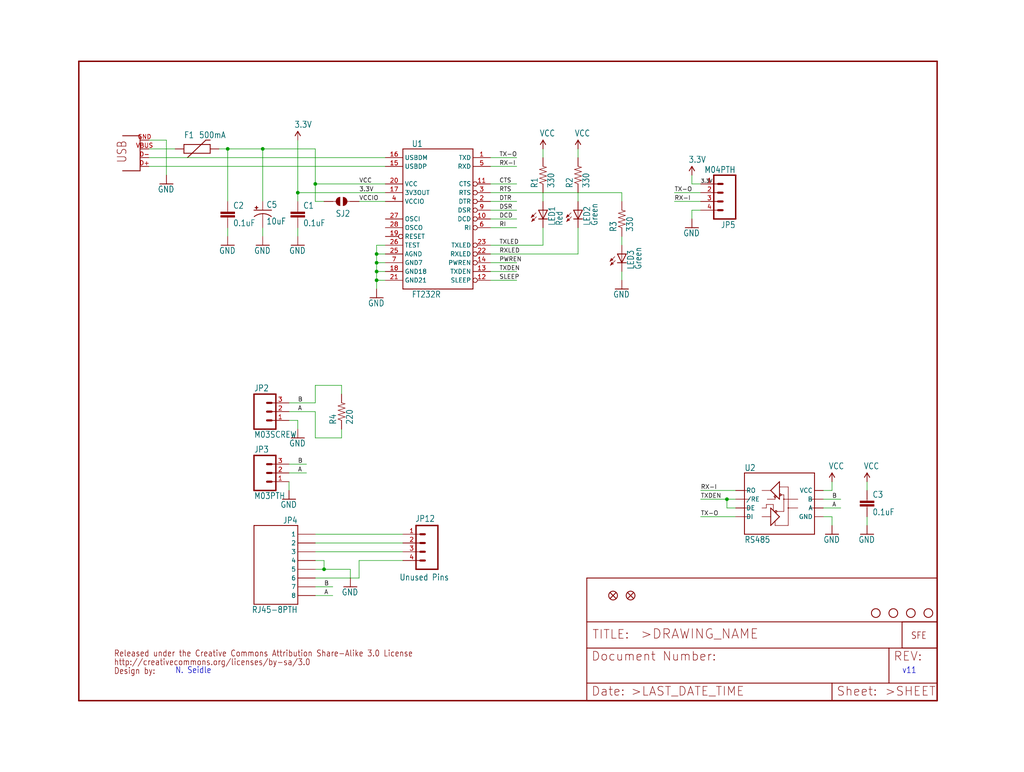
<source format=kicad_sch>
(kicad_sch (version 20211123) (generator eeschema)
  (paper "User" 297.002 223.926)
  (lib_symbols
    (symbol "schematicEagle-eagle-import:CAP0402-CAP"
      (property "Reference" "C" (at 1.524 2.921 0))
      (property "Value" "CAP0402-CAP" (at 1.524 -2.159 0))
      (symbol "CAP0402-CAP_1_0"
        (rectangle (start -2.032 0.508) (end 2.032 1.016) (fill (type outline)))
        (rectangle (start -2.032 1.524) (end 2.032 2.032) (fill (type outline)))
        (polyline (pts (xy 0 0) (xy 0 0.508)) (stroke (width 0.1524)))
        (polyline (pts (xy 0 2.54) (xy 0 2.032)) (stroke (width 0.1524)))
        (pin passive line (at 0 5.08 270) (length 2.54) (name "1") (number "1"))
        (pin passive line (at 0 -2.54 90) (length 2.54) (name "2") (number "2"))
      )
    )
    (symbol "schematicEagle-eagle-import:CAP_POL1206"
      (property "Reference" "C" (at 1.016 0.635 0))
      (property "Value" "CAP_POL1206" (at 1.016 -4.191 0))
      (symbol "CAP_POL1206_1_0"
        (rectangle (start -2.253 0.668) (end -1.364 0.795) (fill (type outline)))
        (rectangle (start -1.872 0.287) (end -1.745 1.176) (fill (type outline)))
        (arc (start 0 -1.0161) (mid -1.3021 -1.2302) (end -2.4669 -1.8504) (stroke (width 0.254)))
        (polyline (pts (xy -2.54 0) (xy 2.54 0)) (stroke (width 0.254)))
        (polyline (pts (xy 0 -1.016) (xy 0 -2.54)) (stroke (width 0.1524)))
        (arc (start 2.4892 -1.8542) (mid 1.3158 -1.2195) (end 0 -1) (stroke (width 0.254)))
        (pin passive line (at 0 2.54 270) (length 2.54) (name "+") (number "A"))
        (pin passive line (at 0 -5.08 90) (length 2.54) (name "-") (number "C"))
      )
    )
    (symbol "schematicEagle-eagle-import:CREATIVE_COMMONS"
      (symbol "CREATIVE_COMMONS_1_0"
        (text "Design by:" (at 0 0 0) (effects (font (size 1.778 1.5113)) (justify left bottom)))
        (text "http://creativecommons.org/licenses/by-sa/3.0" (at 0 2.54 0) (effects (font (size 1.778 1.5113)) (justify left bottom)))
        (text "Released under the Creative Commons Attribution Share-Alike 3.0 License" (at 0 5.08 0) (effects (font (size 1.778 1.5113)) (justify left bottom)))
      )
    )
    (symbol "schematicEagle-eagle-import:FIDUCIAL1X2"
      (symbol "FIDUCIAL1X2_1_0"
        (polyline (pts (xy -0.762 0.762) (xy 0.762 -0.762)) (stroke (width 0.254)))
        (polyline (pts (xy 0.762 0.762) (xy -0.762 -0.762)) (stroke (width 0.254)))
        (circle (center 0 0) (radius 1.27) (stroke (width 0.254)))
      )
    )
    (symbol "schematicEagle-eagle-import:FRAME-LETTER"
      (symbol "FRAME-LETTER_1_0"
        (polyline (pts (xy 0 0) (xy 248.92 0)) (stroke (width 0.4064)))
        (polyline (pts (xy 0 185.42) (xy 0 0)) (stroke (width 0.4064)))
        (polyline (pts (xy 0 185.42) (xy 248.92 185.42)) (stroke (width 0.4064)))
        (polyline (pts (xy 248.92 185.42) (xy 248.92 0)) (stroke (width 0.4064)))
      )
      (symbol "FRAME-LETTER_2_0"
        (polyline (pts (xy 0 0) (xy 0 5.08)) (stroke (width 0.254)))
        (polyline (pts (xy 0 0) (xy 71.12 0)) (stroke (width 0.254)))
        (polyline (pts (xy 0 5.08) (xy 0 15.24)) (stroke (width 0.254)))
        (polyline (pts (xy 0 5.08) (xy 71.12 5.08)) (stroke (width 0.254)))
        (polyline (pts (xy 0 15.24) (xy 0 22.86)) (stroke (width 0.254)))
        (polyline (pts (xy 0 22.86) (xy 0 35.56)) (stroke (width 0.254)))
        (polyline (pts (xy 0 22.86) (xy 101.6 22.86)) (stroke (width 0.254)))
        (polyline (pts (xy 71.12 0) (xy 101.6 0)) (stroke (width 0.254)))
        (polyline (pts (xy 71.12 5.08) (xy 71.12 0)) (stroke (width 0.254)))
        (polyline (pts (xy 71.12 5.08) (xy 87.63 5.08)) (stroke (width 0.254)))
        (polyline (pts (xy 87.63 5.08) (xy 101.6 5.08)) (stroke (width 0.254)))
        (polyline (pts (xy 87.63 15.24) (xy 0 15.24)) (stroke (width 0.254)))
        (polyline (pts (xy 87.63 15.24) (xy 87.63 5.08)) (stroke (width 0.254)))
        (polyline (pts (xy 101.6 5.08) (xy 101.6 0)) (stroke (width 0.254)))
        (polyline (pts (xy 101.6 15.24) (xy 87.63 15.24)) (stroke (width 0.254)))
        (polyline (pts (xy 101.6 15.24) (xy 101.6 5.08)) (stroke (width 0.254)))
        (polyline (pts (xy 101.6 22.86) (xy 101.6 15.24)) (stroke (width 0.254)))
        (polyline (pts (xy 101.6 35.56) (xy 0 35.56)) (stroke (width 0.254)))
        (polyline (pts (xy 101.6 35.56) (xy 101.6 22.86)) (stroke (width 0.254)))
        (text ">DRAWING_NAME" (at 15.494 17.78 0) (effects (font (size 2.7432 2.7432)) (justify left bottom)))
        (text ">LAST_DATE_TIME" (at 12.7 1.27 0) (effects (font (size 2.54 2.54)) (justify left bottom)))
        (text ">SHEET" (at 86.36 1.27 0) (effects (font (size 2.54 2.54)) (justify left bottom)))
        (text "Date:" (at 1.27 1.27 0) (effects (font (size 2.54 2.54)) (justify left bottom)))
        (text "Document Number:" (at 1.27 11.43 0) (effects (font (size 2.54 2.54)) (justify left bottom)))
        (text "REV:" (at 88.9 11.43 0) (effects (font (size 2.54 2.54)) (justify left bottom)))
        (text "Sheet:" (at 72.39 1.27 0) (effects (font (size 2.54 2.54)) (justify left bottom)))
        (text "TITLE:" (at 1.524 17.78 0) (effects (font (size 2.54 2.54)) (justify left bottom)))
      )
    )
    (symbol "schematicEagle-eagle-import:FT232RLSSOP"
      (property "Reference" "IC" (at -7.62 20.828 0))
      (property "Value" "FT232RLSSOP" (at -7.62 -22.86 0))
      (symbol "FT232RLSSOP_1_0"
        (polyline (pts (xy -10.16 -20.32) (xy -10.16 20.32)) (stroke (width 0.254)))
        (polyline (pts (xy -10.16 20.32) (xy 10.16 20.32)) (stroke (width 0.254)))
        (polyline (pts (xy 10.16 -20.32) (xy -10.16 -20.32)) (stroke (width 0.254)))
        (polyline (pts (xy 10.16 20.32) (xy 10.16 -20.32)) (stroke (width 0.254)))
        (pin output line (at 15.24 17.78 180) (length 5.08) (name "TXD") (number "1"))
        (pin input inverted (at 15.24 0 180) (length 5.08) (name "DCD") (number "10"))
        (pin input inverted (at 15.24 10.16 180) (length 5.08) (name "CTS") (number "11"))
        (pin input inverted (at 15.24 -17.78 180) (length 5.08) (name "SLEEP") (number "12"))
        (pin input line (at 15.24 -15.24 180) (length 5.08) (name "TXDEN") (number "13"))
        (pin input inverted (at 15.24 -12.7 180) (length 5.08) (name "PWREN") (number "14"))
        (pin bidirectional line (at -15.24 15.24 0) (length 5.08) (name "USBDP") (number "15"))
        (pin bidirectional line (at -15.24 17.78 0) (length 5.08) (name "USBDM") (number "16"))
        (pin output line (at -15.24 7.62 0) (length 5.08) (name "3V3OUT") (number "17"))
        (pin power_in line (at -15.24 -15.24 0) (length 5.08) (name "GND18") (number "18"))
        (pin input inverted (at -15.24 -5.08 0) (length 5.08) (name "RESET") (number "19"))
        (pin output inverted (at 15.24 5.08 180) (length 5.08) (name "DTR") (number "2"))
        (pin power_in line (at -15.24 10.16 0) (length 5.08) (name "VCC") (number "20"))
        (pin power_in line (at -15.24 -17.78 0) (length 5.08) (name "GND21") (number "21"))
        (pin input inverted (at 15.24 -10.16 180) (length 5.08) (name "RXLED") (number "22"))
        (pin input inverted (at 15.24 -7.62 180) (length 5.08) (name "TXLED") (number "23"))
        (pin power_in line (at -15.24 -10.16 0) (length 5.08) (name "AGND") (number "25"))
        (pin input line (at -15.24 -7.62 0) (length 5.08) (name "TEST") (number "26"))
        (pin input line (at -15.24 0 0) (length 5.08) (name "OSCI") (number "27"))
        (pin output line (at -15.24 -2.54 0) (length 5.08) (name "OSCO") (number "28"))
        (pin output inverted (at 15.24 7.62 180) (length 5.08) (name "RTS") (number "3"))
        (pin power_in line (at -15.24 5.08 0) (length 5.08) (name "VCCIO") (number "4"))
        (pin input line (at 15.24 15.24 180) (length 5.08) (name "RXD") (number "5"))
        (pin input inverted (at 15.24 -2.54 180) (length 5.08) (name "RI") (number "6"))
        (pin power_in line (at -15.24 -12.7 0) (length 5.08) (name "GND7") (number "7"))
        (pin input inverted (at 15.24 2.54 180) (length 5.08) (name "DSR") (number "9"))
      )
    )
    (symbol "schematicEagle-eagle-import:GND" (power)
      (property "Value" "GND" (at -2.54 -2.54 0))
      (symbol "GND_1_0"
        (polyline (pts (xy -1.905 0) (xy 1.905 0)) (stroke (width 0.254)))
        (pin power_in line (at 0 2.54 270) (length 2.54) (name "GND") (number "1"))
      )
    )
    (symbol "schematicEagle-eagle-import:LED0603"
      (property "Reference" "LED" (at 3.556 -4.572 90))
      (property "Value" "LED0603" (at 5.715 -4.572 90))
      (symbol "LED0603_1_0"
        (polyline (pts (xy -2.032 -0.762) (xy -3.429 -2.159)) (stroke (width 0.1524)))
        (polyline (pts (xy -1.905 -1.905) (xy -3.302 -3.302)) (stroke (width 0.1524)))
        (polyline (pts (xy 0 -2.54) (xy -1.27 -2.54)) (stroke (width 0.254)))
        (polyline (pts (xy 0 -2.54) (xy -1.27 0)) (stroke (width 0.254)))
        (polyline (pts (xy 0 0) (xy -1.27 0)) (stroke (width 0.254)))
        (polyline (pts (xy 0 0) (xy 0 -2.54)) (stroke (width 0.1524)))
        (polyline (pts (xy 1.27 -2.54) (xy 0 -2.54)) (stroke (width 0.254)))
        (polyline (pts (xy 1.27 0) (xy 0 -2.54)) (stroke (width 0.254)))
        (polyline (pts (xy 1.27 0) (xy 0 0)) (stroke (width 0.254)))
        (polyline (pts (xy -3.429 -2.159) (xy -3.048 -1.27) (xy -2.54 -1.778)) (fill (type outline)))
        (polyline (pts (xy -3.302 -3.302) (xy -2.921 -2.413) (xy -2.413 -2.921)) (fill (type outline)))
        (pin passive line (at 0 2.54 270) (length 2.54) (name "A") (number "A"))
        (pin passive line (at 0 -5.08 90) (length 2.54) (name "C") (number "C"))
      )
    )
    (symbol "schematicEagle-eagle-import:LOGO-SFENEW"
      (symbol "LOGO-SFENEW_1_0"
        (polyline (pts (xy -2.54 -2.54) (xy 7.62 -2.54)) (stroke (width 0.254)))
        (polyline (pts (xy -2.54 5.08) (xy -2.54 -2.54)) (stroke (width 0.254)))
        (polyline (pts (xy 7.62 -2.54) (xy 7.62 5.08)) (stroke (width 0.254)))
        (polyline (pts (xy 7.62 5.08) (xy -2.54 5.08)) (stroke (width 0.254)))
        (text "SFE" (at 0 0 0) (effects (font (size 1.9304 1.6408)) (justify left bottom)))
      )
    )
    (symbol "schematicEagle-eagle-import:M03PTH"
      (property "Reference" "JP" (at -2.54 5.842 0))
      (property "Value" "M03PTH" (at -2.54 -7.62 0))
      (symbol "M03PTH_1_0"
        (polyline (pts (xy -2.54 5.08) (xy -2.54 -5.08)) (stroke (width 0.4064)))
        (polyline (pts (xy -2.54 5.08) (xy 3.81 5.08)) (stroke (width 0.4064)))
        (polyline (pts (xy 1.27 -2.54) (xy 2.54 -2.54)) (stroke (width 0.6096)))
        (polyline (pts (xy 1.27 0) (xy 2.54 0)) (stroke (width 0.6096)))
        (polyline (pts (xy 1.27 2.54) (xy 2.54 2.54)) (stroke (width 0.6096)))
        (polyline (pts (xy 3.81 -5.08) (xy -2.54 -5.08)) (stroke (width 0.4064)))
        (polyline (pts (xy 3.81 -5.08) (xy 3.81 5.08)) (stroke (width 0.4064)))
        (pin passive line (at 7.62 -2.54 180) (length 5.08) (name "1") (number "1"))
        (pin passive line (at 7.62 0 180) (length 5.08) (name "2") (number "2"))
        (pin passive line (at 7.62 2.54 180) (length 5.08) (name "3") (number "3"))
      )
    )
    (symbol "schematicEagle-eagle-import:M03SCREW"
      (property "Reference" "JP" (at -2.54 5.842 0))
      (property "Value" "M03SCREW" (at -2.54 -7.62 0))
      (symbol "M03SCREW_1_0"
        (polyline (pts (xy -2.54 5.08) (xy -2.54 -5.08)) (stroke (width 0.4064)))
        (polyline (pts (xy -2.54 5.08) (xy 3.81 5.08)) (stroke (width 0.4064)))
        (polyline (pts (xy 1.27 -2.54) (xy 2.54 -2.54)) (stroke (width 0.6096)))
        (polyline (pts (xy 1.27 0) (xy 2.54 0)) (stroke (width 0.6096)))
        (polyline (pts (xy 1.27 2.54) (xy 2.54 2.54)) (stroke (width 0.6096)))
        (polyline (pts (xy 3.81 -5.08) (xy -2.54 -5.08)) (stroke (width 0.4064)))
        (polyline (pts (xy 3.81 -5.08) (xy 3.81 5.08)) (stroke (width 0.4064)))
        (pin passive line (at 7.62 -2.54 180) (length 5.08) (name "1") (number "1"))
        (pin passive line (at 7.62 0 180) (length 5.08) (name "2") (number "2"))
        (pin passive line (at 7.62 2.54 180) (length 5.08) (name "3") (number "3"))
      )
    )
    (symbol "schematicEagle-eagle-import:M04PTH"
      (property "Reference" "JP" (at -5.08 8.382 0))
      (property "Value" "M04PTH" (at -5.08 -7.62 0))
      (symbol "M04PTH_1_0"
        (polyline (pts (xy -5.08 7.62) (xy -5.08 -5.08)) (stroke (width 0.4064)))
        (polyline (pts (xy -5.08 7.62) (xy 1.27 7.62)) (stroke (width 0.4064)))
        (polyline (pts (xy -1.27 -2.54) (xy 0 -2.54)) (stroke (width 0.6096)))
        (polyline (pts (xy -1.27 0) (xy 0 0)) (stroke (width 0.6096)))
        (polyline (pts (xy -1.27 2.54) (xy 0 2.54)) (stroke (width 0.6096)))
        (polyline (pts (xy -1.27 5.08) (xy 0 5.08)) (stroke (width 0.6096)))
        (polyline (pts (xy 1.27 -5.08) (xy -5.08 -5.08)) (stroke (width 0.4064)))
        (polyline (pts (xy 1.27 -5.08) (xy 1.27 7.62)) (stroke (width 0.4064)))
        (pin passive line (at 5.08 -2.54 180) (length 5.08) (name "1") (number "1"))
        (pin passive line (at 5.08 0 180) (length 5.08) (name "2") (number "2"))
        (pin passive line (at 5.08 2.54 180) (length 5.08) (name "3") (number "3"))
        (pin passive line (at 5.08 5.08 180) (length 5.08) (name "4") (number "4"))
      )
    )
    (symbol "schematicEagle-eagle-import:PTCSMD"
      (property "Reference" "F" (at -2.54 3.048 0))
      (property "Value" "PTCSMD" (at -3.302 -5.08 0))
      (symbol "PTCSMD_1_0"
        (polyline (pts (xy -2.54 -1.27) (xy -2.54 1.27)) (stroke (width 0.254)))
        (polyline (pts (xy -2.54 1.27) (xy 5.08 1.27)) (stroke (width 0.254)))
        (polyline (pts (xy -1.524 -2.54) (xy 3.81 2.54)) (stroke (width 0.254)))
        (polyline (pts (xy 3.81 2.54) (xy 5.08 2.54)) (stroke (width 0.254)))
        (polyline (pts (xy 5.08 -1.27) (xy -2.54 -1.27)) (stroke (width 0.254)))
        (polyline (pts (xy 5.08 1.27) (xy 5.08 -1.27)) (stroke (width 0.254)))
        (pin bidirectional line (at -5.08 0 0) (length 2.54) (name "1") (number "1"))
        (pin bidirectional line (at 7.62 0 180) (length 2.54) (name "2") (number "2"))
      )
    )
    (symbol "schematicEagle-eagle-import:RESISTOR0402-RES"
      (property "Reference" "R" (at -3.81 1.4986 0))
      (property "Value" "RESISTOR0402-RES" (at -3.81 -3.302 0))
      (symbol "RESISTOR0402-RES_1_0"
        (polyline (pts (xy -2.54 0) (xy -2.159 1.016)) (stroke (width 0.1524)))
        (polyline (pts (xy -2.159 1.016) (xy -1.524 -1.016)) (stroke (width 0.1524)))
        (polyline (pts (xy -1.524 -1.016) (xy -0.889 1.016)) (stroke (width 0.1524)))
        (polyline (pts (xy -0.889 1.016) (xy -0.254 -1.016)) (stroke (width 0.1524)))
        (polyline (pts (xy -0.254 -1.016) (xy 0.381 1.016)) (stroke (width 0.1524)))
        (polyline (pts (xy 0.381 1.016) (xy 1.016 -1.016)) (stroke (width 0.1524)))
        (polyline (pts (xy 1.016 -1.016) (xy 1.651 1.016)) (stroke (width 0.1524)))
        (polyline (pts (xy 1.651 1.016) (xy 2.286 -1.016)) (stroke (width 0.1524)))
        (polyline (pts (xy 2.286 -1.016) (xy 2.54 0)) (stroke (width 0.1524)))
        (pin passive line (at -5.08 0 0) (length 2.54) (name "1") (number "1"))
        (pin passive line (at 5.08 0 180) (length 2.54) (name "2") (number "2"))
      )
    )
    (symbol "schematicEagle-eagle-import:RJ45-8PTH"
      (property "Value" "RJ45-8PTH" (at -7.62 -12.7 0))
      (symbol "RJ45-8PTH_1_0"
        (polyline (pts (xy -7.62 -10.16) (xy 5.08 -10.16)) (stroke (width 0.254)))
        (polyline (pts (xy -7.62 12.7) (xy -7.62 -10.16)) (stroke (width 0.254)))
        (polyline (pts (xy 5.08 -10.16) (xy 5.08 12.7)) (stroke (width 0.254)))
        (polyline (pts (xy 5.08 12.7) (xy -7.62 12.7)) (stroke (width 0.254)))
        (pin bidirectional line (at -12.7 10.16 0) (length 5.08) (name "1") (number "1"))
        (pin bidirectional line (at -12.7 7.62 0) (length 5.08) (name "2") (number "2"))
        (pin bidirectional line (at -12.7 5.08 0) (length 5.08) (name "3") (number "3"))
        (pin bidirectional line (at -12.7 2.54 0) (length 5.08) (name "4") (number "4"))
        (pin bidirectional line (at -12.7 0 0) (length 5.08) (name "5") (number "5"))
        (pin bidirectional line (at -12.7 -2.54 0) (length 5.08) (name "6") (number "6"))
        (pin bidirectional line (at -12.7 -5.08 0) (length 5.08) (name "7") (number "7"))
        (pin bidirectional line (at -12.7 -7.62 0) (length 5.08) (name "8") (number "8"))
      )
    )
    (symbol "schematicEagle-eagle-import:RS485SOIC"
      (property "Value" "RS485SOIC" (at -7.62 -12.7 0))
      (symbol "RS485SOIC_1_0"
        (polyline (pts (xy -7.62 -10.16) (xy -7.62 -5.08)) (stroke (width 0.254)))
        (polyline (pts (xy -7.62 -5.08) (xy -7.62 -2.54)) (stroke (width 0.254)))
        (polyline (pts (xy -7.62 -5.08) (xy -6.096 -5.08)) (stroke (width 0.1524)))
        (polyline (pts (xy -7.62 -2.54) (xy -7.62 0)) (stroke (width 0.254)))
        (polyline (pts (xy -7.62 -2.54) (xy -6.096 -2.54)) (stroke (width 0.1524)))
        (polyline (pts (xy -7.62 0) (xy -7.62 2.54)) (stroke (width 0.254)))
        (polyline (pts (xy -7.62 0) (xy -6.096 0)) (stroke (width 0.1524)))
        (polyline (pts (xy -7.62 2.54) (xy -7.62 7.62)) (stroke (width 0.254)))
        (polyline (pts (xy -7.62 2.54) (xy -6.096 2.54)) (stroke (width 0.1524)))
        (polyline (pts (xy -7.62 7.62) (xy 12.7 7.62)) (stroke (width 0.254)))
        (polyline (pts (xy -2.54 2.54) (xy 0 2.54)) (stroke (width 0.1524)))
        (polyline (pts (xy -1.27 -2.54) (xy -2.54 -2.54)) (stroke (width 0.1524)))
        (polyline (pts (xy -1.27 -2.54) (xy -1.27 -1.524)) (stroke (width 0.1524)))
        (polyline (pts (xy -1.27 -1.524) (xy 0.762 -1.524)) (stroke (width 0.1524)))
        (polyline (pts (xy 0 -7.62) (xy 1.27 -6.35)) (stroke (width 0.254)))
        (polyline (pts (xy 0 -5.08) (xy -2.54 -5.08)) (stroke (width 0.1524)))
        (polyline (pts (xy 0 -5.08) (xy 0 -7.62)) (stroke (width 0.254)))
        (polyline (pts (xy 0 -2.54) (xy 0 -5.08)) (stroke (width 0.254)))
        (polyline (pts (xy 0 2.54) (xy 2.54 0)) (stroke (width 0.254)))
        (polyline (pts (xy 0.762 -3.302) (xy 0 -2.54)) (stroke (width 0.254)))
        (polyline (pts (xy 0.762 -1.524) (xy 0.762 -3.302)) (stroke (width 0.1524)))
        (polyline (pts (xy 1.27 -7.62) (xy 5.08 -7.62)) (stroke (width 0.1524)))
        (polyline (pts (xy 1.27 -6.35) (xy 1.27 -7.62)) (stroke (width 0.1524)))
        (polyline (pts (xy 1.27 -6.35) (xy 2.54 -5.08)) (stroke (width 0.254)))
        (polyline (pts (xy 1.27 0) (xy -1.016 0)) (stroke (width 0.1524)))
        (polyline (pts (xy 1.27 0.508) (xy 1.27 0)) (stroke (width 0.1524)))
        (polyline (pts (xy 1.778 -3.556) (xy 3.81 -3.556)) (stroke (width 0.1524)))
        (polyline (pts (xy 2.54 -5.08) (xy 0.762 -3.302)) (stroke (width 0.254)))
        (polyline (pts (xy 2.54 3.556) (xy 2.54 0)) (stroke (width 0.254)))
        (polyline (pts (xy 2.54 5.08) (xy 0 2.54)) (stroke (width 0.254)))
        (polyline (pts (xy 2.54 5.08) (xy 2.54 3.556)) (stroke (width 0.254)))
        (polyline (pts (xy 3.81 -3.556) (xy 3.81 0)) (stroke (width 0.1524)))
        (polyline (pts (xy 3.81 0) (xy 3.81 1.27)) (stroke (width 0.1524)))
        (polyline (pts (xy 3.81 0) (xy 7.874 0)) (stroke (width 0.1524)))
        (polyline (pts (xy 3.81 1.27) (xy 3.048 1.27)) (stroke (width 0.1524)))
        (polyline (pts (xy 5.08 -2.54) (xy 5.08 -7.62)) (stroke (width 0.1524)))
        (polyline (pts (xy 5.08 -2.54) (xy 5.08 3.556)) (stroke (width 0.1524)))
        (polyline (pts (xy 5.08 -2.54) (xy 7.874 -2.54)) (stroke (width 0.1524)))
        (polyline (pts (xy 5.08 3.556) (xy 2.54 3.556)) (stroke (width 0.1524)))
        (polyline (pts (xy 12.7 -10.16) (xy -7.62 -10.16)) (stroke (width 0.254)))
        (polyline (pts (xy 12.7 -2.54) (xy 11.176 -2.54)) (stroke (width 0.1524)))
        (polyline (pts (xy 12.7 -2.54) (xy 12.7 -10.16)) (stroke (width 0.254)))
        (polyline (pts (xy 12.7 0) (xy 11.176 0)) (stroke (width 0.1524)))
        (polyline (pts (xy 12.7 0) (xy 12.7 -2.54)) (stroke (width 0.254)))
        (polyline (pts (xy 12.7 7.62) (xy 12.7 0)) (stroke (width 0.254)))
        (circle (center 1.27 0.762) (radius 0.254) (stroke (width 0.254)))
        (circle (center 1.524 -3.556) (radius 0.254) (stroke (width 0.254)))
        (circle (center 2.794 1.27) (radius 0.254) (stroke (width 0.254)))
        (circle (center 3.81 0) (radius 0.127) (stroke (width 0.1524)))
        (circle (center 5.08 -2.54) (radius 0.127) (stroke (width 0.1524)))
        (pin bidirectional line (at -10.16 2.54 0) (length 2.54) (name "RO") (number "1"))
        (pin bidirectional line (at -10.16 0 0) (length 2.54) (name "/RE") (number "2"))
        (pin bidirectional line (at -10.16 -2.54 0) (length 2.54) (name "DE") (number "3"))
        (pin bidirectional line (at -10.16 -5.08 0) (length 2.54) (name "DI") (number "4"))
        (pin bidirectional line (at 15.24 -5.08 180) (length 2.54) (name "GND") (number "5"))
        (pin bidirectional line (at 15.24 -2.54 180) (length 2.54) (name "A") (number "6"))
        (pin bidirectional line (at 15.24 0 180) (length 2.54) (name "B") (number "7"))
        (pin bidirectional line (at 15.24 2.54 180) (length 2.54) (name "VCC") (number "8"))
      )
    )
    (symbol "schematicEagle-eagle-import:SOLDERJUMPERNC2"
      (property "Reference" "SJ" (at -2.54 2.54 0))
      (symbol "SOLDERJUMPERNC2_1_0"
        (arc (start -0.381 1.2699) (mid -1.6508 0) (end -0.381 -1.2699) (stroke (width 0.0001)) (fill (type outline)))
        (polyline (pts (xy -2.54 0) (xy -1.651 0)) (stroke (width 0.1524)))
        (polyline (pts (xy 2.54 0) (xy 1.651 0)) (stroke (width 0.1524)))
        (arc (start 0.381 -1.2699) (mid 1.6508 0) (end 0.381 1.2699) (stroke (width 0.0001)) (fill (type outline)))
        (pin passive line (at -5.08 0 0) (length 2.54) (name "1") (number "1"))
        (pin passive line (at 5.08 0 180) (length 2.54) (name "2") (number "2"))
      )
    )
    (symbol "schematicEagle-eagle-import:STAND-OFF"
      (symbol "STAND-OFF_1_0"
        (circle (center 0 0) (radius 1.27) (stroke (width 0.254)))
      )
    )
    (symbol "schematicEagle-eagle-import:USBSMD"
      (symbol "USBSMD_1_0"
        (polyline (pts (xy 0 -1.27) (xy 5.08 -1.27)) (stroke (width 0.254)))
        (polyline (pts (xy 0 8.89) (xy 0 -1.27)) (stroke (width 0.254)))
        (polyline (pts (xy 5.08 8.89) (xy 0 8.89)) (stroke (width 0.254)))
        (text "USB" (at 3.81 0 900) (effects (font (size 2.54 2.159)) (justify left bottom)))
        (pin bidirectional line (at -2.54 7.62 0) (length 2.54) (name "D+") (number "D+"))
        (pin bidirectional line (at -2.54 5.08 0) (length 2.54) (name "D-") (number "D-"))
        (pin bidirectional line (at -2.54 0 0) (length 2.54) (name "GND") (number "GND"))
        (pin bidirectional line (at -2.54 2.54 0) (length 2.54) (name "VBUS") (number "VBUS"))
      )
    )
    (symbol "schematicEagle-eagle-import:VCC" (power)
      (property "Value" "VCC" (at -1.016 3.556 0))
      (symbol "VCC_1_0"
        (polyline (pts (xy 0 2.54) (xy -0.762 1.27)) (stroke (width 0.254)))
        (polyline (pts (xy 0.762 1.27) (xy 0 2.54)) (stroke (width 0.254)))
        (pin power_in line (at 0 0 90) (length 2.54) (name "VCC") (number "1"))
      )
    )
  )
  (junction (at 210.82 144.78))
  (junction (at 93.98 165.1))
  (junction (at 109.22 76.2))
  (junction (at 66.04 43.18))
  (junction (at 86.36 55.88))
  (junction (at 109.22 73.66))
  (junction (at 91.44 53.34))
  (junction (at 109.22 78.74))
  (junction (at 109.22 81.28))
  (junction (at 76.2 43.18))
  (wire (pts (xy 43.18 40.64) (xy 48.26 40.64)))
  (wire (pts (xy 167.64 43.18) (xy 167.64 45.72)))
  (wire (pts (xy 109.22 71.12) (xy 109.22 73.66)))
  (wire (pts (xy 142.24 55.88) (xy 180.34 55.88)))
  (wire (pts (xy 86.36 66.04) (xy 86.36 68.58)))
  (wire (pts (xy 251.46 152.4) (xy 251.46 149.86)))
  (wire (pts (xy 109.22 73.66) (xy 111.76 73.66)))
  (wire (pts (xy 241.3 149.86) (xy 238.76 149.86)))
  (wire (pts (xy 91.44 165.1) (xy 93.98 165.1)))
  (wire (pts (xy 91.44 116.84) (xy 91.44 111.76)))
  (wire (pts (xy 83.82 119.38) (xy 91.44 119.38)))
  (wire (pts (xy 111.76 45.72) (xy 43.18 45.72)))
  (wire (pts (xy 101.6 165.1) (xy 101.6 167.64)))
  (wire (pts (xy 86.36 55.88) (xy 86.36 58.42)))
  (wire (pts (xy 83.82 116.84) (xy 91.44 116.84)))
  (wire (pts (xy 241.3 149.86) (xy 241.3 152.4)))
  (wire (pts (xy 66.04 43.18) (xy 76.2 43.18)))
  (wire (pts (xy 238.76 147.32) (xy 243.84 147.32)))
  (wire (pts (xy 238.76 142.24) (xy 241.3 142.24)))
  (wire (pts (xy 104.14 167.64) (xy 104.14 162.56)))
  (wire (pts (xy 76.2 68.58) (xy 76.2 66.04)))
  (wire (pts (xy 91.44 127) (xy 99.06 127)))
  (wire (pts (xy 241.3 142.24) (xy 241.3 139.7)))
  (wire (pts (xy 238.76 144.78) (xy 243.84 144.78)))
  (wire (pts (xy 104.14 58.42) (xy 111.76 58.42)))
  (wire (pts (xy 210.82 147.32) (xy 210.82 144.78)))
  (wire (pts (xy 213.36 144.78) (xy 210.82 144.78)))
  (wire (pts (xy 91.44 111.76) (xy 99.06 111.76)))
  (wire (pts (xy 109.22 78.74) (xy 109.22 76.2)))
  (wire (pts (xy 91.44 172.72) (xy 96.52 172.72)))
  (wire (pts (xy 91.44 53.34) (xy 111.76 53.34)))
  (wire (pts (xy 86.36 121.92) (xy 86.36 124.46)))
  (wire (pts (xy 99.06 111.76) (xy 99.06 114.3)))
  (wire (pts (xy 157.48 55.88) (xy 157.48 58.42)))
  (wire (pts (xy 203.2 53.34) (xy 200.66 53.34)))
  (wire (pts (xy 93.98 58.42) (xy 91.44 58.42)))
  (wire (pts (xy 200.66 53.34) (xy 200.66 50.8)))
  (wire (pts (xy 83.82 137.16) (xy 88.9 137.16)))
  (wire (pts (xy 213.36 149.86) (xy 203.2 149.86)))
  (wire (pts (xy 109.22 83.82) (xy 109.22 81.28)))
  (wire (pts (xy 142.24 81.28) (xy 149.86 81.28)))
  (wire (pts (xy 180.34 55.88) (xy 180.34 58.42)))
  (wire (pts (xy 83.82 121.92) (xy 86.36 121.92)))
  (wire (pts (xy 142.24 58.42) (xy 149.86 58.42)))
  (wire (pts (xy 142.24 71.12) (xy 157.48 71.12)))
  (wire (pts (xy 91.44 162.56) (xy 93.98 162.56)))
  (wire (pts (xy 111.76 71.12) (xy 109.22 71.12)))
  (wire (pts (xy 76.2 43.18) (xy 91.44 43.18)))
  (wire (pts (xy 66.04 66.04) (xy 66.04 68.58)))
  (wire (pts (xy 142.24 45.72) (xy 149.86 45.72)))
  (wire (pts (xy 111.76 55.88) (xy 86.36 55.88)))
  (wire (pts (xy 109.22 73.66) (xy 109.22 76.2)))
  (wire (pts (xy 200.66 60.96) (xy 200.66 63.5)))
  (wire (pts (xy 83.82 134.62) (xy 88.9 134.62)))
  (wire (pts (xy 142.24 66.04) (xy 149.86 66.04)))
  (wire (pts (xy 210.82 144.78) (xy 203.2 144.78)))
  (wire (pts (xy 93.98 165.1) (xy 101.6 165.1)))
  (wire (pts (xy 167.64 55.88) (xy 167.64 58.42)))
  (wire (pts (xy 48.26 40.64) (xy 48.26 50.8)))
  (wire (pts (xy 167.64 73.66) (xy 167.64 66.04)))
  (wire (pts (xy 142.24 53.34) (xy 149.86 53.34)))
  (wire (pts (xy 157.48 43.18) (xy 157.48 45.72)))
  (wire (pts (xy 111.76 48.26) (xy 43.18 48.26)))
  (wire (pts (xy 157.48 71.12) (xy 157.48 66.04)))
  (wire (pts (xy 111.76 78.74) (xy 109.22 78.74)))
  (wire (pts (xy 104.14 162.56) (xy 116.84 162.56)))
  (wire (pts (xy 251.46 139.7) (xy 251.46 142.24)))
  (wire (pts (xy 93.98 162.56) (xy 93.98 165.1)))
  (wire (pts (xy 91.44 154.94) (xy 116.84 154.94)))
  (wire (pts (xy 142.24 78.74) (xy 149.86 78.74)))
  (wire (pts (xy 142.24 60.96) (xy 149.86 60.96)))
  (wire (pts (xy 142.24 63.5) (xy 149.86 63.5)))
  (wire (pts (xy 91.44 157.48) (xy 116.84 157.48)))
  (wire (pts (xy 86.36 40.64) (xy 86.36 55.88)))
  (wire (pts (xy 111.76 81.28) (xy 109.22 81.28)))
  (wire (pts (xy 76.2 58.42) (xy 76.2 43.18)))
  (wire (pts (xy 180.34 71.12) (xy 180.34 68.58)))
  (wire (pts (xy 203.2 60.96) (xy 200.66 60.96)))
  (wire (pts (xy 142.24 48.26) (xy 149.86 48.26)))
  (wire (pts (xy 83.82 139.7) (xy 83.82 142.24)))
  (wire (pts (xy 50.8 43.18) (xy 43.18 43.18)))
  (wire (pts (xy 109.22 81.28) (xy 109.22 78.74)))
  (wire (pts (xy 142.24 73.66) (xy 167.64 73.66)))
  (wire (pts (xy 180.34 81.28) (xy 180.34 78.74)))
  (wire (pts (xy 91.44 160.02) (xy 116.84 160.02)))
  (wire (pts (xy 99.06 127) (xy 99.06 124.46)))
  (wire (pts (xy 63.5 43.18) (xy 66.04 43.18)))
  (wire (pts (xy 91.44 43.18) (xy 91.44 53.34)))
  (wire (pts (xy 203.2 55.88) (xy 195.58 55.88)))
  (wire (pts (xy 91.44 119.38) (xy 91.44 127)))
  (wire (pts (xy 109.22 76.2) (xy 111.76 76.2)))
  (wire (pts (xy 91.44 167.64) (xy 104.14 167.64)))
  (wire (pts (xy 213.36 147.32) (xy 210.82 147.32)))
  (wire (pts (xy 91.44 58.42) (xy 91.44 53.34)))
  (wire (pts (xy 213.36 142.24) (xy 203.2 142.24)))
  (wire (pts (xy 142.24 76.2) (xy 149.86 76.2)))
  (wire (pts (xy 203.2 58.42) (xy 195.58 58.42)))
  (wire (pts (xy 66.04 58.42) (xy 66.04 43.18)))
  (wire (pts (xy 91.44 170.18) (xy 96.52 170.18)))
  (text "v11" (at 261.62 195.58 180) (effects (font (size 1.778 1.5113)) (justify left bottom)))
  (text "N. Seidle" (at 50.8 195.58 180) (effects (font (size 1.778 1.5113)) (justify left bottom)))
  (label "DSR" (at 144.78 60.96 0) (effects (font (size 1.2446 1.2446))))
  (label "TX-O" (at 203.2 149.86 0) (effects (font (size 1.2446 1.2446))))
  (label "CTS" (at 144.78 53.34 0) (effects (font (size 1.2446 1.2446))))
  (label "B" (at 93.98 170.18 0) (effects (font (size 1.2446 1.2446))))
  (label "RI" (at 144.78 66.04 0) (effects (font (size 1.2446 1.2446))))
  (label "DCD" (at 144.78 63.5 0) (effects (font (size 1.2446 1.2446))))
  (label "B" (at 86.36 134.62 0) (effects (font (size 1.2446 1.2446))))
  (label "RX-I" (at 195.58 58.42 0) (effects (font (size 1.2446 1.2446))))
  (label "RXLED" (at 144.78 73.66 0) (effects (font (size 1.2446 1.2446))))
  (label "TXLED" (at 144.78 71.12 0) (effects (font (size 1.2446 1.2446))))
  (label "B" (at 241.3 144.78 0) (effects (font (size 1.2446 1.2446))))
  (label "VCCIO" (at 104.14 58.42 0) (effects (font (size 1.2446 1.2446))))
  (label "TXDEN" (at 203.2 144.78 0) (effects (font (size 1.2446 1.2446))))
  (label "B" (at 86.36 116.84 0) (effects (font (size 1.2446 1.2446))))
  (label "3.3V" (at 104.14 55.88 0) (effects (font (size 1.2446 1.2446))))
  (label "TXDEN" (at 144.78 78.74 0) (effects (font (size 1.2446 1.2446))))
  (label "RX-I" (at 203.2 142.24 0) (effects (font (size 1.2446 1.2446))))
  (label "A" (at 86.36 119.38 0) (effects (font (size 1.2446 1.2446))))
  (label "SLEEP" (at 144.78 81.28 0) (effects (font (size 1.2446 1.2446))))
  (label "A" (at 93.98 172.72 0) (effects (font (size 1.2446 1.2446))))
  (label "VCC" (at 104.14 53.34 0) (effects (font (size 1.2446 1.2446))))
  (label "TX-O" (at 144.78 45.72 0) (effects (font (size 1.2446 1.2446))))
  (label "3.3V" (at 203.2 53.34 0) (effects (font (size 1.016 1.016))))
  (label "RTS" (at 144.78 55.88 0) (effects (font (size 1.2446 1.2446))))
  (label "A" (at 241.3 147.32 0) (effects (font (size 1.2446 1.2446))))
  (label "DTR" (at 144.78 58.42 0) (effects (font (size 1.2446 1.2446))))
  (label "PWREN" (at 144.78 76.2 0) (effects (font (size 1.2446 1.2446))))
  (label "TX-O" (at 195.58 55.88 0) (effects (font (size 1.2446 1.2446))))
  (label "A" (at 86.36 137.16 0) (effects (font (size 1.2446 1.2446))))
  (label "RX-I" (at 144.78 48.26 0) (effects (font (size 1.2446 1.2446))))
  (symbol (lib_id "schematicEagle-eagle-import:GND") (at 83.82 144.78 0) (unit 1)
    (property "Reference" "#GND3" (effects hide))
    (property "Value" "GND" (at 81.28 147.32 0) (effects (font (size 1.778 1.5113)) (justify left bottom)))
    (property "Footprint" "schematicEagle:" (effects hide))
  )
  (symbol (lib_id "schematicEagle-eagle-import:GND") (at 66.04 71.12 0) (unit 1)
    (property "Reference" "#GND7" (effects hide))
    (property "Value" "GND" (at 63.5 73.66 0) (effects (font (size 1.778 1.5113)) (justify left bottom)))
    (property "Footprint" "schematicEagle:" (effects hide))
  )
  (symbol (lib_id "schematicEagle-eagle-import:VCC") (at 86.36 40.64 0) (unit 1)
    (property "Reference" "#P+1" (effects hide))
    (property "Value" "3.3V" (at 85.344 37.084 0) (effects (font (size 1.778 1.5113)) (justify left bottom)))
    (property "Footprint" "schematicEagle:" (effects hide))
  )
  (symbol (lib_id "schematicEagle-eagle-import:RJ45-8PTH") (at 78.74 165.1 0) (mirror y) (unit 1)
    (property "Reference" "JP4" (at 86.36 151.892 0) (effects (font (size 1.778 1.5113)) (justify left bottom)))
    (property "Value" "RJ45-8PTH" (at 86.36 177.8 0) (effects (font (size 1.778 1.5113)) (justify left bottom)))
    (property "Footprint" "schematicEagle:RJ45-8" (effects hide))
  )
  (symbol (lib_id "schematicEagle-eagle-import:LED0603") (at 157.48 60.96 0) (unit 1)
    (property "Reference" "LED1" (at 161.036 65.532 90) (effects (font (size 1.778 1.5113)) (justify left bottom)))
    (property "Value" "Red" (at 163.195 65.532 90) (effects (font (size 1.778 1.5113)) (justify left bottom)))
    (property "Footprint" "schematicEagle:LED-0603" (effects hide))
  )
  (symbol (lib_id "schematicEagle-eagle-import:GND") (at 241.3 154.94 0) (unit 1)
    (property "Reference" "#GND9" (effects hide))
    (property "Value" "GND" (at 238.76 157.48 0) (effects (font (size 1.778 1.5113)) (justify left bottom)))
    (property "Footprint" "schematicEagle:" (effects hide))
  )
  (symbol (lib_id "schematicEagle-eagle-import:GND") (at 200.66 66.04 0) (unit 1)
    (property "Reference" "#GND6" (effects hide))
    (property "Value" "GND" (at 198.12 68.58 0) (effects (font (size 1.778 1.5113)) (justify left bottom)))
    (property "Footprint" "schematicEagle:" (effects hide))
  )
  (symbol (lib_id "schematicEagle-eagle-import:STAND-OFF") (at 254 177.8 0) (unit 1)
    (property "Reference" "JP8" (effects hide))
    (property "Value" "STAND-OFF" (effects hide))
    (property "Footprint" "schematicEagle:STAND-OFF" (effects hide))
  )
  (symbol (lib_id "schematicEagle-eagle-import:LED0603") (at 180.34 73.66 0) (unit 1)
    (property "Reference" "LED3" (at 183.896 78.232 90) (effects (font (size 1.778 1.5113)) (justify left bottom)))
    (property "Value" "Green" (at 186.055 78.232 90) (effects (font (size 1.778 1.5113)) (justify left bottom)))
    (property "Footprint" "schematicEagle:LED-0603" (effects hide))
  )
  (symbol (lib_id "schematicEagle-eagle-import:RESISTOR0402-RES") (at 180.34 63.5 90) (unit 1)
    (property "Reference" "R3" (at 178.8414 67.31 0) (effects (font (size 1.778 1.5113)) (justify left bottom)))
    (property "Value" "330" (at 183.642 67.31 0) (effects (font (size 1.778 1.5113)) (justify left bottom)))
    (property "Footprint" "schematicEagle:0402-RES" (effects hide))
  )
  (symbol (lib_id "schematicEagle-eagle-import:LOGO-SFENEW") (at 264.16 185.42 0) (unit 1)
    (property "Reference" "U$2" (effects hide))
    (property "Value" "LOGO-SFENEW" (effects hide))
    (property "Footprint" "schematicEagle:SFE-NEW-WEBLOGO" (effects hide))
  )
  (symbol (lib_id "schematicEagle-eagle-import:GND") (at 109.22 86.36 0) (unit 1)
    (property "Reference" "#GND2" (effects hide))
    (property "Value" "GND" (at 106.68 88.9 0) (effects (font (size 1.778 1.5113)) (justify left bottom)))
    (property "Footprint" "schematicEagle:" (effects hide))
  )
  (symbol (lib_id "schematicEagle-eagle-import:RESISTOR0402-RES") (at 99.06 119.38 90) (unit 1)
    (property "Reference" "R4" (at 97.5614 123.19 0) (effects (font (size 1.778 1.5113)) (justify left bottom)))
    (property "Value" "220" (at 102.362 123.19 0) (effects (font (size 1.778 1.5113)) (justify left bottom)))
    (property "Footprint" "schematicEagle:0402-RES" (effects hide))
  )
  (symbol (lib_id "schematicEagle-eagle-import:FT232RLSSOP") (at 127 63.5 0) (unit 1)
    (property "Reference" "U1" (at 119.38 42.672 0) (effects (font (size 1.778 1.5113)) (justify left bottom)))
    (property "Value" "FT232R" (at 119.38 86.36 0) (effects (font (size 1.778 1.5113)) (justify left bottom)))
    (property "Footprint" "schematicEagle:SSOP28DB" (effects hide))
  )
  (symbol (lib_id "schematicEagle-eagle-import:USBSMD") (at 40.64 40.64 180) (unit 1)
    (property "Reference" "X2" (effects hide))
    (property "Value" "USBSMD" (effects hide))
    (property "Footprint" "schematicEagle:USB-MINIB" (effects hide))
  )
  (symbol (lib_id "schematicEagle-eagle-import:M04PTH") (at 121.92 157.48 180) (unit 1)
    (property "Reference" "JP12" (at 120.396 151.384 0) (effects (font (size 1.778 1.5113)) (justify right top)))
    (property "Value" "Unused Pins" (at 115.824 168.402 0) (effects (font (size 1.778 1.5113)) (justify right top)))
    (property "Footprint" "schematicEagle:1X04" (effects hide))
  )
  (symbol (lib_id "schematicEagle-eagle-import:GND") (at 101.6 170.18 0) (unit 1)
    (property "Reference" "#GND12" (effects hide))
    (property "Value" "GND" (at 99.06 172.72 0) (effects (font (size 1.778 1.5113)) (justify left bottom)))
    (property "Footprint" "schematicEagle:" (effects hide))
  )
  (symbol (lib_id "schematicEagle-eagle-import:GND") (at 86.36 71.12 0) (unit 1)
    (property "Reference" "#GND1" (effects hide))
    (property "Value" "GND" (at 83.82 73.66 0) (effects (font (size 1.778 1.5113)) (justify left bottom)))
    (property "Footprint" "schematicEagle:" (effects hide))
  )
  (symbol (lib_id "schematicEagle-eagle-import:CREATIVE_COMMONS") (at 33.02 195.58 0) (unit 1)
    (property "Reference" "U$1" (effects hide))
    (property "Value" "CREATIVE_COMMONS" (effects hide))
    (property "Footprint" "schematicEagle:CREATIVE_COMMONS" (effects hide))
  )
  (symbol (lib_id "schematicEagle-eagle-import:LED0603") (at 167.64 60.96 0) (unit 1)
    (property "Reference" "LED2" (at 171.196 65.532 90) (effects (font (size 1.778 1.5113)) (justify left bottom)))
    (property "Value" "Green" (at 173.355 65.532 90) (effects (font (size 1.778 1.5113)) (justify left bottom)))
    (property "Footprint" "schematicEagle:LED-0603" (effects hide))
  )
  (symbol (lib_id "schematicEagle-eagle-import:CAP0402-CAP") (at 66.04 63.5 0) (unit 1)
    (property "Reference" "C2" (at 67.564 60.579 0) (effects (font (size 1.778 1.5113)) (justify left bottom)))
    (property "Value" "0.1uF" (at 67.564 65.659 0) (effects (font (size 1.778 1.5113)) (justify left bottom)))
    (property "Footprint" "schematicEagle:0402-CAP" (effects hide))
  )
  (symbol (lib_id "schematicEagle-eagle-import:VCC") (at 251.46 139.7 0) (unit 1)
    (property "Reference" "#P+6" (effects hide))
    (property "Value" "VCC" (at 250.444 136.144 0) (effects (font (size 1.778 1.5113)) (justify left bottom)))
    (property "Footprint" "schematicEagle:" (effects hide))
  )
  (symbol (lib_id "schematicEagle-eagle-import:STAND-OFF") (at 269.24 177.8 0) (unit 1)
    (property "Reference" "JP1" (effects hide))
    (property "Value" "STAND-OFF" (effects hide))
    (property "Footprint" "schematicEagle:STAND-OFF" (effects hide))
  )
  (symbol (lib_id "schematicEagle-eagle-import:STAND-OFF") (at 259.08 177.8 0) (unit 1)
    (property "Reference" "JP7" (effects hide))
    (property "Value" "STAND-OFF" (effects hide))
    (property "Footprint" "schematicEagle:STAND-OFF" (effects hide))
  )
  (symbol (lib_id "schematicEagle-eagle-import:RESISTOR0402-RES") (at 157.48 50.8 90) (unit 1)
    (property "Reference" "R1" (at 155.9814 54.61 0) (effects (font (size 1.778 1.5113)) (justify left bottom)))
    (property "Value" "330" (at 160.782 54.61 0) (effects (font (size 1.778 1.5113)) (justify left bottom)))
    (property "Footprint" "schematicEagle:0402-RES" (effects hide))
  )
  (symbol (lib_id "schematicEagle-eagle-import:GND") (at 251.46 154.94 0) (unit 1)
    (property "Reference" "#GND11" (effects hide))
    (property "Value" "GND" (at 248.92 157.48 0) (effects (font (size 1.778 1.5113)) (justify left bottom)))
    (property "Footprint" "schematicEagle:" (effects hide))
  )
  (symbol (lib_id "schematicEagle-eagle-import:FRAME-LETTER") (at 22.86 203.2 0) (unit 1)
    (property "Reference" "#FRAME1" (effects hide))
    (property "Value" "FRAME-LETTER" (effects hide))
    (property "Footprint" "schematicEagle:" (effects hide))
  )
  (symbol (lib_id "schematicEagle-eagle-import:GND") (at 76.2 71.12 0) (unit 1)
    (property "Reference" "#GND8" (effects hide))
    (property "Value" "GND" (at 73.66 73.66 0) (effects (font (size 1.778 1.5113)) (justify left bottom)))
    (property "Footprint" "schematicEagle:" (effects hide))
  )
  (symbol (lib_id "schematicEagle-eagle-import:VCC") (at 157.48 43.18 0) (unit 1)
    (property "Reference" "#P+3" (effects hide))
    (property "Value" "VCC" (at 156.464 39.624 0) (effects (font (size 1.778 1.5113)) (justify left bottom)))
    (property "Footprint" "schematicEagle:" (effects hide))
  )
  (symbol (lib_id "schematicEagle-eagle-import:STAND-OFF") (at 264.16 177.8 0) (unit 1)
    (property "Reference" "JP6" (effects hide))
    (property "Value" "STAND-OFF" (effects hide))
    (property "Footprint" "schematicEagle:STAND-OFF" (effects hide))
  )
  (symbol (lib_id "schematicEagle-eagle-import:PTCSMD") (at 55.88 43.18 0) (unit 1)
    (property "Reference" "F1" (at 53.34 40.132 0) (effects (font (size 1.778 1.5113)) (justify left bottom)))
    (property "Value" "500mA" (at 57.658 40.132 0) (effects (font (size 1.778 1.5113)) (justify left bottom)))
    (property "Footprint" "schematicEagle:PTC-1206" (effects hide))
  )
  (symbol (lib_id "schematicEagle-eagle-import:M03PTH") (at 76.2 137.16 0) (unit 1)
    (property "Reference" "JP3" (at 73.66 131.318 0) (effects (font (size 1.778 1.5113)) (justify left bottom)))
    (property "Value" "M03PTH" (at 73.66 144.78 0) (effects (font (size 1.778 1.5113)) (justify left bottom)))
    (property "Footprint" "schematicEagle:1X03" (effects hide))
  )
  (symbol (lib_id "schematicEagle-eagle-import:SOLDERJUMPERNC2") (at 99.06 58.42 180) (unit 1)
    (property "Reference" "SJ2" (at 101.6 60.96 0) (effects (font (size 1.778 1.5113)) (justify left bottom)))
    (property "Value" "SOLDERJUMPERNC2" (effects hide))
    (property "Footprint" "schematicEagle:SJ_2S-NOTRACE" (effects hide))
  )
  (symbol (lib_id "schematicEagle-eagle-import:FIDUCIAL1X2") (at 177.8 172.72 0) (unit 1)
    (property "Reference" "JP9" (effects hide))
    (property "Value" "FIDUCIAL1X2" (effects hide))
    (property "Footprint" "schematicEagle:FIDUCIAL-1X2" (effects hide))
  )
  (symbol (lib_id "schematicEagle-eagle-import:RESISTOR0402-RES") (at 167.64 50.8 90) (unit 1)
    (property "Reference" "R2" (at 166.1414 54.61 0) (effects (font (size 1.778 1.5113)) (justify left bottom)))
    (property "Value" "330" (at 170.942 54.61 0) (effects (font (size 1.778 1.5113)) (justify left bottom)))
    (property "Footprint" "schematicEagle:0402-RES" (effects hide))
  )
  (symbol (lib_id "schematicEagle-eagle-import:M04PTH") (at 208.28 55.88 180) (unit 1)
    (property "Reference" "JP5" (at 213.36 64.262 0) (effects (font (size 1.778 1.5113)) (justify left bottom)))
    (property "Value" "M04PTH" (at 213.36 48.26 0) (effects (font (size 1.778 1.5113)) (justify left bottom)))
    (property "Footprint" "schematicEagle:1X04" (effects hide))
  )
  (symbol (lib_id "schematicEagle-eagle-import:VCC") (at 200.66 50.8 0) (unit 1)
    (property "Reference" "#P+2" (effects hide))
    (property "Value" "3.3V" (at 199.644 47.244 0) (effects (font (size 1.778 1.5113)) (justify left bottom)))
    (property "Footprint" "schematicEagle:" (effects hide))
  )
  (symbol (lib_id "schematicEagle-eagle-import:RS485SOIC") (at 223.52 144.78 0) (unit 1)
    (property "Reference" "U2" (at 215.9 136.652 0) (effects (font (size 1.778 1.5113)) (justify left bottom)))
    (property "Value" "RS485" (at 215.9 157.48 0) (effects (font (size 1.778 1.5113)) (justify left bottom)))
    (property "Footprint" "schematicEagle:SO08" (effects hide))
  )
  (symbol (lib_id "schematicEagle-eagle-import:CAP_POL1206") (at 76.2 60.96 0) (unit 1)
    (property "Reference" "C5" (at 77.216 60.325 0) (effects (font (size 1.778 1.5113)) (justify left bottom)))
    (property "Value" "10uF" (at 77.216 65.151 0) (effects (font (size 1.778 1.5113)) (justify left bottom)))
    (property "Footprint" "schematicEagle:EIA3216" (effects hide))
  )
  (symbol (lib_id "schematicEagle-eagle-import:CAP0402-CAP") (at 86.36 63.5 0) (unit 1)
    (property "Reference" "C1" (at 87.884 60.579 0) (effects (font (size 1.778 1.5113)) (justify left bottom)))
    (property "Value" "0.1uF" (at 87.884 65.659 0) (effects (font (size 1.778 1.5113)) (justify left bottom)))
    (property "Footprint" "schematicEagle:0402-CAP" (effects hide))
  )
  (symbol (lib_id "schematicEagle-eagle-import:VCC") (at 241.3 139.7 0) (unit 1)
    (property "Reference" "#P+5" (effects hide))
    (property "Value" "VCC" (at 240.284 136.144 0) (effects (font (size 1.778 1.5113)) (justify left bottom)))
    (property "Footprint" "schematicEagle:" (effects hide))
  )
  (symbol (lib_id "schematicEagle-eagle-import:FRAME-LETTER") (at 170.18 203.2 0) (unit 2)
    (property "Reference" "#FRAME1" (effects hide))
    (property "Value" "FRAME-LETTER" (effects hide))
    (property "Footprint" "schematicEagle:" (effects hide))
  )
  (symbol (lib_id "schematicEagle-eagle-import:CAP0402-CAP") (at 251.46 147.32 0) (unit 1)
    (property "Reference" "C3" (at 252.984 144.399 0) (effects (font (size 1.778 1.5113)) (justify left bottom)))
    (property "Value" "0.1uF" (at 252.984 149.479 0) (effects (font (size 1.778 1.5113)) (justify left bottom)))
    (property "Footprint" "schematicEagle:0402-CAP" (effects hide))
  )
  (symbol (lib_id "schematicEagle-eagle-import:GND") (at 48.26 53.34 0) (unit 1)
    (property "Reference" "#GND5" (effects hide))
    (property "Value" "GND" (at 45.72 55.88 0) (effects (font (size 1.778 1.5113)) (justify left bottom)))
    (property "Footprint" "schematicEagle:" (effects hide))
  )
  (symbol (lib_id "schematicEagle-eagle-import:FIDUCIAL1X2") (at 182.88 172.72 0) (unit 1)
    (property "Reference" "JP10" (effects hide))
    (property "Value" "FIDUCIAL1X2" (effects hide))
    (property "Footprint" "schematicEagle:FIDUCIAL-1X2" (effects hide))
  )
  (symbol (lib_id "schematicEagle-eagle-import:M03SCREW") (at 76.2 119.38 0) (unit 1)
    (property "Reference" "JP2" (at 73.66 113.538 0) (effects (font (size 1.778 1.5113)) (justify left bottom)))
    (property "Value" "M03SCREW" (at 73.66 127 0) (effects (font (size 1.778 1.5113)) (justify left bottom)))
    (property "Footprint" "schematicEagle:SCREWTERMINAL-3.5MM-3" (effects hide))
  )
  (symbol (lib_id "schematicEagle-eagle-import:GND") (at 86.36 127 0) (unit 1)
    (property "Reference" "#GND4" (effects hide))
    (property "Value" "GND" (at 83.82 129.54 0) (effects (font (size 1.778 1.5113)) (justify left bottom)))
    (property "Footprint" "schematicEagle:" (effects hide))
  )
  (symbol (lib_id "schematicEagle-eagle-import:GND") (at 180.34 83.82 0) (unit 1)
    (property "Reference" "#GND10" (effects hide))
    (property "Value" "GND" (at 177.8 86.36 0) (effects (font (size 1.778 1.5113)) (justify left bottom)))
    (property "Footprint" "schematicEagle:" (effects hide))
  )
  (symbol (lib_id "schematicEagle-eagle-import:VCC") (at 167.64 43.18 0) (unit 1)
    (property "Reference" "#P+4" (effects hide))
    (property "Value" "VCC" (at 166.624 39.624 0) (effects (font (size 1.778 1.5113)) (justify left bottom)))
    (property "Footprint" "schematicEagle:" (effects hide))
  )
)
</source>
